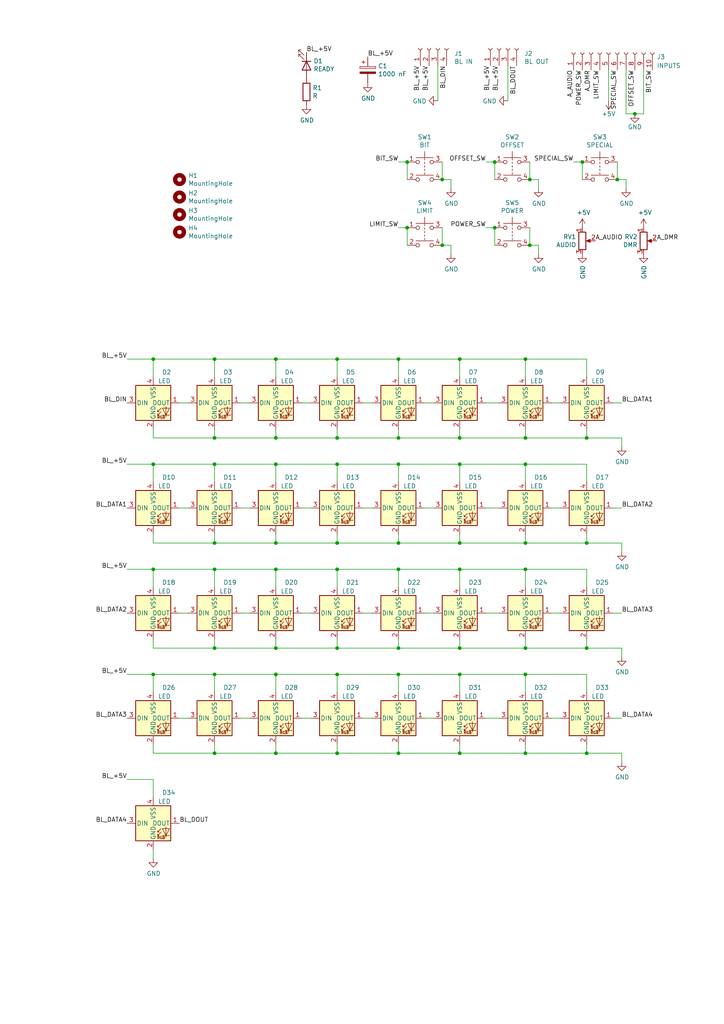
<source format=kicad_sch>
(kicad_sch (version 20211123) (generator eeschema)
  (paper "A4" portrait)
  (title_block (title "RWR CONTROL PANEL") (date "2021-09-17") (rev "A") (company "www.OpenHornet.com"))
  (lib_symbols
    (symbol "Connector:Conn_01x04_Female" (pin_names (offset 1.016) hide)
      (property "Reference" "J" (at 0 5.08 0))
      (property "Value" "Conn_01x04_Female" (at 0 -7.62 0))
      (symbol "Conn_01x04_Female_1_1"
        (arc (start 0 -4.572) (mid -0.508 -5.08) (end 0 -5.588) (stroke (width 0.1524)))
        (arc (start 0 -2.032) (mid -0.508 -2.54) (end 0 -3.048) (stroke (width 0.1524)))
        (polyline (pts (xy -1.27 -5.08) (xy -0.508 -5.08)) (stroke (width 0.1524)))
        (polyline (pts (xy -1.27 -2.54) (xy -0.508 -2.54)) (stroke (width 0.1524)))
        (polyline (pts (xy -1.27 0) (xy -0.508 0)) (stroke (width 0.1524)))
        (polyline (pts (xy -1.27 2.54) (xy -0.508 2.54)) (stroke (width 0.1524)))
        (arc (start 0 0.508) (mid -0.508 0) (end 0 -0.508) (stroke (width 0.1524)))
        (arc (start 0 3.048) (mid -0.508 2.54) (end 0 2.032) (stroke (width 0.1524)))
        (pin passive line (at -5.08 2.54 0) (length 3.81) (name "Pin_1") (number "1"))
        (pin passive line (at -5.08 0 0) (length 3.81) (name "Pin_2") (number "2"))
        (pin passive line (at -5.08 -2.54 0) (length 3.81) (name "Pin_3") (number "3"))
        (pin passive line (at -5.08 -5.08 0) (length 3.81) (name "Pin_4") (number "4"))
      )
    )
    (symbol "Connector:Conn_01x10_Female" (pin_names (offset 1.016) hide)
      (property "Reference" "J" (at 0 12.7 0))
      (property "Value" "Conn_01x10_Female" (at 0 -15.24 0))
      (symbol "Conn_01x10_Female_1_1"
        (arc (start 0 -12.192) (mid -0.508 -12.7) (end 0 -13.208) (stroke (width 0.1524)))
        (arc (start 0 -9.652) (mid -0.508 -10.16) (end 0 -10.668) (stroke (width 0.1524)))
        (arc (start 0 -7.112) (mid -0.508 -7.62) (end 0 -8.128) (stroke (width 0.1524)))
        (arc (start 0 -4.572) (mid -0.508 -5.08) (end 0 -5.588) (stroke (width 0.1524)))
        (arc (start 0 -2.032) (mid -0.508 -2.54) (end 0 -3.048) (stroke (width 0.1524)))
        (polyline (pts (xy -1.27 -12.7) (xy -0.508 -12.7)) (stroke (width 0.1524)))
        (polyline (pts (xy -1.27 -10.16) (xy -0.508 -10.16)) (stroke (width 0.1524)))
        (polyline (pts (xy -1.27 -7.62) (xy -0.508 -7.62)) (stroke (width 0.1524)))
        (polyline (pts (xy -1.27 -5.08) (xy -0.508 -5.08)) (stroke (width 0.1524)))
        (polyline (pts (xy -1.27 -2.54) (xy -0.508 -2.54)) (stroke (width 0.1524)))
        (polyline (pts (xy -1.27 0) (xy -0.508 0)) (stroke (width 0.1524)))
        (polyline (pts (xy -1.27 2.54) (xy -0.508 2.54)) (stroke (width 0.1524)))
        (polyline (pts (xy -1.27 5.08) (xy -0.508 5.08)) (stroke (width 0.1524)))
        (polyline (pts (xy -1.27 7.62) (xy -0.508 7.62)) (stroke (width 0.1524)))
        (polyline (pts (xy -1.27 10.16) (xy -0.508 10.16)) (stroke (width 0.1524)))
        (arc (start 0 0.508) (mid -0.508 0) (end 0 -0.508) (stroke (width 0.1524)))
        (arc (start 0 3.048) (mid -0.508 2.54) (end 0 2.032) (stroke (width 0.1524)))
        (arc (start 0 5.588) (mid -0.508 5.08) (end 0 4.572) (stroke (width 0.1524)))
        (arc (start 0 8.128) (mid -0.508 7.62) (end 0 7.112) (stroke (width 0.1524)))
        (arc (start 0 10.668) (mid -0.508 10.16) (end 0 9.652) (stroke (width 0.1524)))
        (pin passive line (at -5.08 10.16 0) (length 3.81) (name "Pin_1") (number "1"))
        (pin passive line (at -5.08 -12.7 0) (length 3.81) (name "Pin_10") (number "10"))
        (pin passive line (at -5.08 7.62 0) (length 3.81) (name "Pin_2") (number "2"))
        (pin passive line (at -5.08 5.08 0) (length 3.81) (name "Pin_3") (number "3"))
        (pin passive line (at -5.08 2.54 0) (length 3.81) (name "Pin_4") (number "4"))
        (pin passive line (at -5.08 0 0) (length 3.81) (name "Pin_5") (number "5"))
        (pin passive line (at -5.08 -2.54 0) (length 3.81) (name "Pin_6") (number "6"))
        (pin passive line (at -5.08 -5.08 0) (length 3.81) (name "Pin_7") (number "7"))
        (pin passive line (at -5.08 -7.62 0) (length 3.81) (name "Pin_8") (number "8"))
        (pin passive line (at -5.08 -10.16 0) (length 3.81) (name "Pin_9") (number "9"))
      )
    )
    (symbol "Device:C_Polarized" (pin_numbers hide) (pin_names (offset 0.254))
      (property "Reference" "C" (at 0.635 2.54 0))
      (property "Value" "C_Polarized" (at 0.635 -2.54 0))
      (symbol "C_Polarized_0_1"
        (rectangle (start -2.286 0.508) (end 2.286 1.016))
        (polyline (pts (xy -1.778 2.286) (xy -0.762 2.286)))
        (polyline (pts (xy -1.27 2.794) (xy -1.27 1.778)))
        (rectangle (start 2.286 -0.508) (end -2.286 -1.016) (fill (type outline)))
      )
      (symbol "C_Polarized_1_1"
        (pin passive line (at 0 3.81 270) (length 2.794) (name "~") (number "1"))
        (pin passive line (at 0 -3.81 90) (length 2.794) (name "~") (number "2"))
      )
    )
    (symbol "Device:LED" (pin_numbers hide) (pin_names (offset 1.016) hide)
      (property "Reference" "D" (at 0 2.54 0))
      (property "Value" "LED" (at 0 -2.54 0))
      (symbol "LED_0_1"
        (polyline (pts (xy -1.27 -1.27) (xy -1.27 1.27)) (stroke (width 0.254)))
        (polyline (pts (xy -1.27 0) (xy 1.27 0)))
        (polyline (pts (xy 1.27 -1.27) (xy 1.27 1.27) (xy -1.27 0) (xy 1.27 -1.27)) (stroke (width 0.254)))
        (polyline (pts (xy -3.048 -0.762) (xy -4.572 -2.286) (xy -3.81 -2.286) (xy -4.572 -2.286) (xy -4.572 -1.524)))
        (polyline (pts (xy -1.778 -0.762) (xy -3.302 -2.286) (xy -2.54 -2.286) (xy -3.302 -2.286) (xy -3.302 -1.524)))
      )
      (symbol "LED_1_1"
        (pin passive line (at -3.81 0 0) (length 2.54) (name "K") (number "1"))
        (pin passive line (at 3.81 0 180) (length 2.54) (name "A") (number "2"))
      )
    )
    (symbol "Device:R" (pin_numbers hide) (pin_names (offset 0))
      (property "Reference" "R" (at 2.032 0 90))
      (property "Value" "R" (at 0 0 90))
      (symbol "R_0_1"
        (rectangle (start -1.016 -2.54) (end 1.016 2.54) (stroke (width 0.254)))
      )
      (symbol "R_1_1"
        (pin passive line (at 0 3.81 270) (length 1.27) (name "~") (number "1"))
        (pin passive line (at 0 -3.81 90) (length 1.27) (name "~") (number "2"))
      )
    )
    (symbol "Device:R_Potentiometer" (pin_names (offset 1.016) hide)
      (property "Reference" "RV" (at -4.445 0 90))
      (property "Value" "R_Potentiometer" (at -2.54 0 90))
      (symbol "R_Potentiometer_0_1"
        (polyline (pts (xy 2.54 0) (xy 1.524 0)))
        (polyline (pts (xy 1.143 0) (xy 2.286 0.508) (xy 2.286 -0.508) (xy 1.143 0)) (fill (type outline)))
        (rectangle (start 1.016 2.54) (end -1.016 -2.54) (stroke (width 0.254)))
      )
      (symbol "R_Potentiometer_1_1"
        (pin passive line (at 0 3.81 270) (length 1.27) (name "1") (number "1"))
        (pin passive line (at 3.81 0 180) (length 1.27) (name "2") (number "2"))
        (pin passive line (at 0 -3.81 90) (length 1.27) (name "3") (number "3"))
      )
    )
    (symbol "KiCadCustomLib:Omron_B3F-1026" (pin_names (offset 1.016) hide)
      (property "Reference" "SW" (at 1.27 2.54 0))
      (property "Value" "Omron_B3F-1026" (at 0 -6.858 0))
      (symbol "Omron_B3F-1026_0_1"
        (circle (center -2.032 -5.08) (radius 0.508))
        (circle (center -2.032 0) (radius 0.508))
        (polyline (pts (xy 0 -3.048) (xy 0 -3.556)))
        (polyline (pts (xy 0 -2.032) (xy 0 -2.54)))
        (polyline (pts (xy 0 -1.524) (xy 0 -1.016)))
        (polyline (pts (xy 0 -0.508) (xy 0 0)))
        (polyline (pts (xy 0 0.508) (xy 0 1.016)))
        (polyline (pts (xy 0 1.27) (xy 0 3.048)))
        (polyline (pts (xy 2.54 -3.81) (xy -2.54 -3.81)))
        (polyline (pts (xy 2.54 1.27) (xy -2.54 1.27)))
        (circle (center 2.032 -5.08) (radius 0.508))
        (circle (center 2.032 0) (radius 0.508))
        (pin passive line (at -5.08 0 0) (length 2.54) (name "1") (number "1"))
        (pin passive line (at -5.08 -5.08 0) (length 2.54) (name "2") (number "2"))
        (pin passive line (at 5.08 0 180) (length 2.54) (name "3") (number "3"))
        (pin passive line (at 5.08 -5.08 180) (length 2.54) (name "4") (number "4"))
      )
    )
    (symbol "KiCadCustomLib:WS2812B-2020" (pin_names (offset 0.254))
      (property "Reference" "D" (at 5.08 5.715 0))
      (property "Value" "WS2812B-2020" (at 1.27 -5.715 0))
      (symbol "WS2812B-2020_0_0"
        (text "RGB" (at 2.286 -4.191 0) (effects (font (size 0.762 0.762))))
      )
      (symbol "WS2812B-2020_0_1"
        (polyline (pts (xy 1.27 -3.556) (xy 1.778 -3.556)))
        (polyline (pts (xy 1.27 -2.54) (xy 1.778 -2.54)))
        (polyline (pts (xy 4.699 -3.556) (xy 2.667 -3.556)))
        (polyline (pts (xy 2.286 -2.54) (xy 1.27 -3.556) (xy 1.27 -3.048)))
        (polyline (pts (xy 2.286 -1.524) (xy 1.27 -2.54) (xy 1.27 -2.032)))
        (polyline (pts (xy 3.683 -1.016) (xy 3.683 -3.556) (xy 3.683 -4.064)))
        (polyline (pts (xy 4.699 -1.524) (xy 2.667 -1.524) (xy 3.683 -3.556) (xy 4.699 -1.524)))
        (rectangle (start 5.08 5.08) (end -5.08 -5.08) (stroke (width 0.254)) (fill (type background)))
      )
      (symbol "WS2812B-2020_1_1"
        (pin output line (at 7.62 0 180) (length 2.54) (name "DOUT") (number "1"))
        (pin power_in line (at 0 -7.62 90) (length 2.54) (name "GND") (number "2"))
        (pin input line (at -7.62 0 0) (length 2.54) (name "DIN") (number "3"))
        (pin power_in line (at 0 7.62 270) (length 2.54) (name "VSS") (number "4"))
      )
    )
    (symbol "Mechanical:MountingHole" (pin_names (offset 1.016))
      (property "Reference" "H" (at 0 5.08 0))
      (property "Value" "MountingHole" (at 0 3.175 0))
      (symbol "MountingHole_0_1"
        (circle (center 0 0) (radius 1.27) (stroke (width 1.27)))
      )
    )
    (symbol "power:+5V" (power) (pin_names (offset 0))
      (property "Value" "+5V" (at 0 3.556 0))
      (symbol "+5V_0_1"
        (polyline (pts (xy -0.762 1.27) (xy 0 2.54)))
        (polyline (pts (xy 0 0) (xy 0 2.54)))
        (polyline (pts (xy 0 2.54) (xy 0.762 1.27)))
      )
      (symbol "+5V_1_1"
        (pin power_in line (at 0 0 90) (length 0) hide (name "+5V") (number "1"))
      )
    )
    (symbol "power:GND" (power) (pin_names (offset 0))
      (property "Value" "GND" (at 0 -3.81 0))
      (symbol "GND_0_1"
        (polyline (pts (xy 0 0) (xy 0 -1.27) (xy 1.27 -1.27) (xy 0 -2.54) (xy -1.27 -1.27) (xy 0 -1.27)))
      )
      (symbol "GND_1_1"
        (pin power_in line (at 0 0 270) (length 0) hide (name "GND") (number "1"))
      )
    )
  )
  (junction (at 80.01 187.96))
  (junction (at 153.67 71.12))
  (junction (at 133.35 165.1))
  (junction (at 133.35 157.48))
  (junction (at 80.01 104.14))
  (junction (at 152.4 134.62))
  (junction (at 80.01 218.44))
  (junction (at 97.79 165.1))
  (junction (at 143.51 46.99))
  (junction (at 168.91 46.99))
  (junction (at 97.79 127))
  (junction (at 44.45 195.58))
  (junction (at 152.4 218.44))
  (junction (at 62.23 127))
  (junction (at 152.4 187.96))
  (junction (at 62.23 218.44))
  (junction (at 152.4 157.48))
  (junction (at 128.27 52.07))
  (junction (at 133.35 134.62))
  (junction (at 62.23 195.58))
  (junction (at 143.51 66.04))
  (junction (at 115.57 134.62))
  (junction (at 80.01 195.58))
  (junction (at 80.01 165.1))
  (junction (at 152.4 195.58))
  (junction (at 152.4 104.14))
  (junction (at 62.23 134.62))
  (junction (at 179.07 52.07))
  (junction (at 44.45 104.14))
  (junction (at 133.35 187.96))
  (junction (at 128.27 71.12))
  (junction (at 97.79 134.62))
  (junction (at 152.4 127))
  (junction (at 80.01 134.62))
  (junction (at 115.57 104.14))
  (junction (at 170.18 187.96))
  (junction (at 80.01 157.48))
  (junction (at 133.35 127))
  (junction (at 133.35 104.14))
  (junction (at 115.57 165.1))
  (junction (at 133.35 218.44))
  (junction (at 170.18 157.48))
  (junction (at 115.57 127))
  (junction (at 170.18 127))
  (junction (at 97.79 157.48))
  (junction (at 44.45 134.62))
  (junction (at 115.57 157.48))
  (junction (at 80.01 127))
  (junction (at 153.67 52.07))
  (junction (at 97.79 104.14))
  (junction (at 115.57 195.58))
  (junction (at 97.79 187.96))
  (junction (at 118.11 66.04))
  (junction (at 115.57 218.44))
  (junction (at 133.35 195.58))
  (junction (at 115.57 187.96))
  (junction (at 62.23 165.1))
  (junction (at 97.79 195.58))
  (junction (at 170.18 218.44))
  (junction (at 44.45 165.1))
  (junction (at 118.11 46.99))
  (junction (at 184.15 33.02))
  (junction (at 62.23 104.14))
  (junction (at 97.79 218.44))
  (junction (at 152.4 165.1))
  (junction (at 62.23 157.48))
  (junction (at 62.23 187.96))
  (wire (pts (xy 69.85 177.8) (xy 72.39 177.8)))
  (wire (pts (xy 170.18 187.96) (xy 180.34 187.96)))
  (wire (pts (xy 153.67 52.07) (xy 153.67 46.99)))
  (wire (pts (xy 44.45 246.38) (xy 44.45 248.92)))
  (wire (pts (xy 52.07 208.28) (xy 54.61 208.28)))
  (wire (pts (xy 97.79 139.7) (xy 97.79 134.62)))
  (wire (pts (xy 80.01 109.22) (xy 80.01 104.14)))
  (wire (pts (xy 97.79 170.18) (xy 97.79 165.1)))
  (wire (pts (xy 180.34 127) (xy 180.34 129.54)))
  (wire (pts (xy 133.35 134.62) (xy 152.4 134.62)))
  (wire (pts (xy 123.19 208.28) (xy 125.73 208.28)))
  (wire (pts (xy 170.18 127) (xy 180.34 127)))
  (wire (pts (xy 62.23 104.14) (xy 80.01 104.14)))
  (wire (pts (xy 105.41 208.28) (xy 107.95 208.28)))
  (wire (pts (xy 123.19 116.84) (xy 125.73 116.84)))
  (wire (pts (xy 160.02 208.28) (xy 162.56 208.28)))
  (wire (pts (xy 130.81 52.07) (xy 128.27 52.07)))
  (wire (pts (xy 62.23 124.46) (xy 62.23 127)))
  (wire (pts (xy 80.01 170.18) (xy 80.01 165.1)))
  (wire (pts (xy 36.83 195.58) (xy 44.45 195.58)))
  (wire (pts (xy 97.79 104.14) (xy 115.57 104.14)))
  (wire (pts (xy 62.23 127) (xy 80.01 127)))
  (wire (pts (xy 133.35 218.44) (xy 152.4 218.44)))
  (wire (pts (xy 186.69 33.02) (xy 184.15 33.02)))
  (wire (pts (xy 133.35 157.48) (xy 152.4 157.48)))
  (wire (pts (xy 44.45 170.18) (xy 44.45 165.1)))
  (wire (pts (xy 115.57 185.42) (xy 115.57 187.96)))
  (wire (pts (xy 152.4 215.9) (xy 152.4 218.44)))
  (wire (pts (xy 133.35 187.96) (xy 152.4 187.96)))
  (wire (pts (xy 97.79 109.22) (xy 97.79 104.14)))
  (wire (pts (xy 133.35 127) (xy 152.4 127)))
  (wire (pts (xy 152.4 185.42) (xy 152.4 187.96)))
  (wire (pts (xy 153.67 71.12) (xy 153.67 66.04)))
  (wire (pts (xy 170.18 157.48) (xy 180.34 157.48)))
  (wire (pts (xy 152.4 218.44) (xy 170.18 218.44)))
  (wire (pts (xy 152.4 109.22) (xy 152.4 104.14)))
  (wire (pts (xy 180.34 218.44) (xy 180.34 220.98)))
  (wire (pts (xy 180.34 157.48) (xy 180.34 160.02)))
  (wire (pts (xy 115.57 66.04) (xy 118.11 66.04)))
  (wire (pts (xy 115.57 187.96) (xy 133.35 187.96)))
  (wire (pts (xy 133.35 104.14) (xy 152.4 104.14)))
  (wire (pts (xy 97.79 124.46) (xy 97.79 127)))
  (wire (pts (xy 44.45 200.66) (xy 44.45 195.58)))
  (wire (pts (xy 97.79 157.48) (xy 115.57 157.48)))
  (wire (pts (xy 140.97 116.84) (xy 144.78 116.84)))
  (wire (pts (xy 80.01 185.42) (xy 80.01 187.96)))
  (wire (pts (xy 152.4 157.48) (xy 170.18 157.48)))
  (wire (pts (xy 115.57 134.62) (xy 133.35 134.62)))
  (wire (pts (xy 130.81 73.66) (xy 130.81 71.12)))
  (wire (pts (xy 80.01 157.48) (xy 97.79 157.48)))
  (wire (pts (xy 87.63 208.28) (xy 90.17 208.28)))
  (wire (pts (xy 52.07 116.84) (xy 54.61 116.84)))
  (wire (pts (xy 152.4 154.94) (xy 152.4 157.48)))
  (wire (pts (xy 128.27 52.07) (xy 128.27 46.99)))
  (wire (pts (xy 80.01 195.58) (xy 97.79 195.58)))
  (wire (pts (xy 80.01 187.96) (xy 97.79 187.96)))
  (wire (pts (xy 44.45 157.48) (xy 62.23 157.48)))
  (wire (pts (xy 133.35 185.42) (xy 133.35 187.96)))
  (wire (pts (xy 152.4 195.58) (xy 170.18 195.58)))
  (wire (pts (xy 133.35 215.9) (xy 133.35 218.44)))
  (wire (pts (xy 133.35 195.58) (xy 152.4 195.58)))
  (wire (pts (xy 115.57 124.46) (xy 115.57 127)))
  (wire (pts (xy 147.32 29.21) (xy 147.32 19.05)))
  (wire (pts (xy 152.4 200.66) (xy 152.4 195.58)))
  (wire (pts (xy 44.45 218.44) (xy 62.23 218.44)))
  (wire (pts (xy 97.79 200.66) (xy 97.79 195.58)))
  (wire (pts (xy 156.21 52.07) (xy 153.67 52.07)))
  (wire (pts (xy 170.18 215.9) (xy 170.18 218.44)))
  (wire (pts (xy 170.18 154.94) (xy 170.18 157.48)))
  (wire (pts (xy 143.51 46.99) (xy 143.51 52.07)))
  (wire (pts (xy 115.57 170.18) (xy 115.57 165.1)))
  (wire (pts (xy 62.23 139.7) (xy 62.23 134.62)))
  (wire (pts (xy 177.8 116.84) (xy 180.34 116.84)))
  (wire (pts (xy 177.8 147.32) (xy 180.34 147.32)))
  (wire (pts (xy 62.23 157.48) (xy 80.01 157.48)))
  (wire (pts (xy 130.81 54.61) (xy 130.81 52.07)))
  (wire (pts (xy 69.85 208.28) (xy 72.39 208.28)))
  (wire (pts (xy 133.35 165.1) (xy 152.4 165.1)))
  (wire (pts (xy 140.97 66.04) (xy 143.51 66.04)))
  (wire (pts (xy 69.85 147.32) (xy 72.39 147.32)))
  (wire (pts (xy 181.61 54.61) (xy 181.61 52.07)))
  (wire (pts (xy 118.11 66.04) (xy 118.11 71.12)))
  (wire (pts (xy 62.23 109.22) (xy 62.23 104.14)))
  (wire (pts (xy 156.21 54.61) (xy 156.21 52.07)))
  (wire (pts (xy 97.79 185.42) (xy 97.79 187.96)))
  (wire (pts (xy 44.45 124.46) (xy 44.45 127)))
  (wire (pts (xy 170.18 124.46) (xy 170.18 127)))
  (wire (pts (xy 152.4 127) (xy 170.18 127)))
  (wire (pts (xy 105.41 147.32) (xy 107.95 147.32)))
  (wire (pts (xy 115.57 200.66) (xy 115.57 195.58)))
  (wire (pts (xy 80.01 215.9) (xy 80.01 218.44)))
  (wire (pts (xy 177.8 208.28) (xy 180.34 208.28)))
  (wire (pts (xy 115.57 127) (xy 133.35 127)))
  (wire (pts (xy 44.45 134.62) (xy 62.23 134.62)))
  (wire (pts (xy 62.23 165.1) (xy 80.01 165.1)))
  (wire (pts (xy 62.23 195.58) (xy 80.01 195.58)))
  (wire (pts (xy 97.79 154.94) (xy 97.79 157.48)))
  (wire (pts (xy 44.45 195.58) (xy 62.23 195.58)))
  (wire (pts (xy 130.81 71.12) (xy 128.27 71.12)))
  (wire (pts (xy 80.01 139.7) (xy 80.01 134.62)))
  (wire (pts (xy 156.21 71.12) (xy 153.67 71.12)))
  (wire (pts (xy 152.4 170.18) (xy 152.4 165.1)))
  (wire (pts (xy 44.45 127) (xy 62.23 127)))
  (wire (pts (xy 140.97 177.8) (xy 144.78 177.8)))
  (wire (pts (xy 143.51 66.04) (xy 143.51 71.12)))
  (wire (pts (xy 62.23 185.42) (xy 62.23 187.96)))
  (wire (pts (xy 133.35 139.7) (xy 133.35 134.62)))
  (wire (pts (xy 44.45 215.9) (xy 44.45 218.44)))
  (wire (pts (xy 62.23 134.62) (xy 80.01 134.62)))
  (wire (pts (xy 87.63 116.84) (xy 90.17 116.84)))
  (wire (pts (xy 115.57 154.94) (xy 115.57 157.48)))
  (wire (pts (xy 62.23 154.94) (xy 62.23 157.48)))
  (wire (pts (xy 36.83 226.06) (xy 44.45 226.06)))
  (wire (pts (xy 80.01 154.94) (xy 80.01 157.48)))
  (wire (pts (xy 133.35 109.22) (xy 133.35 104.14)))
  (wire (pts (xy 97.79 127) (xy 115.57 127)))
  (wire (pts (xy 140.97 208.28) (xy 144.78 208.28)))
  (wire (pts (xy 115.57 46.99) (xy 118.11 46.99)))
  (wire (pts (xy 80.01 218.44) (xy 97.79 218.44)))
  (wire (pts (xy 140.97 147.32) (xy 144.78 147.32)))
  (wire (pts (xy 62.23 200.66) (xy 62.23 195.58)))
  (wire (pts (xy 69.85 116.84) (xy 72.39 116.84)))
  (wire (pts (xy 156.21 73.66) (xy 156.21 71.12)))
  (wire (pts (xy 133.35 170.18) (xy 133.35 165.1)))
  (wire (pts (xy 87.63 147.32) (xy 90.17 147.32)))
  (wire (pts (xy 97.79 215.9) (xy 97.79 218.44)))
  (wire (pts (xy 62.23 170.18) (xy 62.23 165.1)))
  (wire (pts (xy 80.01 200.66) (xy 80.01 195.58)))
  (wire (pts (xy 127 19.05) (xy 127 29.21)))
  (wire (pts (xy 115.57 218.44) (xy 133.35 218.44)))
  (wire (pts (xy 152.4 134.62) (xy 170.18 134.62)))
  (wire (pts (xy 160.02 147.32) (xy 162.56 147.32)))
  (wire (pts (xy 87.63 177.8) (xy 90.17 177.8)))
  (wire (pts (xy 62.23 187.96) (xy 80.01 187.96)))
  (wire (pts (xy 44.45 185.42) (xy 44.45 187.96)))
  (wire (pts (xy 80.01 165.1) (xy 97.79 165.1)))
  (wire (pts (xy 123.19 147.32) (xy 125.73 147.32)))
  (wire (pts (xy 97.79 195.58) (xy 115.57 195.58)))
  (wire (pts (xy 180.34 187.96) (xy 180.34 190.5)))
  (wire (pts (xy 168.91 46.99) (xy 168.91 52.07)))
  (wire (pts (xy 97.79 218.44) (xy 115.57 218.44)))
  (wire (pts (xy 133.35 154.94) (xy 133.35 157.48)))
  (wire (pts (xy 152.4 187.96) (xy 170.18 187.96)))
  (wire (pts (xy 166.37 46.99) (xy 168.91 46.99)))
  (wire (pts (xy 123.19 177.8) (xy 125.73 177.8)))
  (wire (pts (xy 152.4 124.46) (xy 152.4 127)))
  (wire (pts (xy 152.4 139.7) (xy 152.4 134.62)))
  (wire (pts (xy 140.97 46.99) (xy 143.51 46.99)))
  (wire (pts (xy 170.18 185.42) (xy 170.18 187.96)))
  (wire (pts (xy 152.4 104.14) (xy 170.18 104.14)))
  (wire (pts (xy 170.18 109.22) (xy 170.18 104.14)))
  (wire (pts (xy 176.53 20.32) (xy 176.53 29.21)))
  (wire (pts (xy 115.57 215.9) (xy 115.57 218.44)))
  (wire (pts (xy 105.41 177.8) (xy 107.95 177.8)))
  (wire (pts (xy 80.01 127) (xy 97.79 127)))
  (wire (pts (xy 97.79 187.96) (xy 115.57 187.96)))
  (wire (pts (xy 115.57 165.1) (xy 133.35 165.1)))
  (wire (pts (xy 170.18 200.66) (xy 170.18 195.58)))
  (wire (pts (xy 44.45 104.14) (xy 62.23 104.14)))
  (wire (pts (xy 105.41 116.84) (xy 107.95 116.84)))
  (wire (pts (xy 97.79 165.1) (xy 115.57 165.1)))
  (wire (pts (xy 179.07 52.07) (xy 179.07 46.99)))
  (wire (pts (xy 170.18 218.44) (xy 180.34 218.44)))
  (wire (pts (xy 115.57 157.48) (xy 133.35 157.48)))
  (wire (pts (xy 80.01 104.14) (xy 97.79 104.14)))
  (wire (pts (xy 128.27 71.12) (xy 128.27 66.04)))
  (wire (pts (xy 80.01 124.46) (xy 80.01 127)))
  (wire (pts (xy 115.57 139.7) (xy 115.57 134.62)))
  (wire (pts (xy 44.45 165.1) (xy 62.23 165.1)))
  (wire (pts (xy 36.83 104.14) (xy 44.45 104.14)))
  (wire (pts (xy 118.11 46.99) (xy 118.11 52.07)))
  (wire (pts (xy 181.61 20.32) (xy 181.61 33.02)))
  (wire (pts (xy 186.69 20.32) (xy 186.69 33.02)))
  (wire (pts (xy 52.07 147.32) (xy 54.61 147.32)))
  (wire (pts (xy 115.57 195.58) (xy 133.35 195.58)))
  (wire (pts (xy 44.45 139.7) (xy 44.45 134.62)))
  (wire (pts (xy 44.45 109.22) (xy 44.45 104.14)))
  (wire (pts (xy 62.23 215.9) (xy 62.23 218.44)))
  (wire (pts (xy 115.57 109.22) (xy 115.57 104.14)))
  (wire (pts (xy 36.83 134.62) (xy 44.45 134.62)))
  (wire (pts (xy 133.35 124.46) (xy 133.35 127)))
  (wire (pts (xy 62.23 218.44) (xy 80.01 218.44)))
  (wire (pts (xy 44.45 231.14) (xy 44.45 226.06)))
  (wire (pts (xy 133.35 200.66) (xy 133.35 195.58)))
  (wire (pts (xy 80.01 134.62) (xy 97.79 134.62)))
  (wire (pts (xy 44.45 187.96) (xy 62.23 187.96)))
  (wire (pts (xy 115.57 104.14) (xy 133.35 104.14)))
  (wire (pts (xy 36.83 165.1) (xy 44.45 165.1)))
  (wire (pts (xy 181.61 52.07) (xy 179.07 52.07)))
  (wire (pts (xy 52.07 177.8) (xy 54.61 177.8)))
  (wire (pts (xy 160.02 116.84) (xy 162.56 116.84)))
  (wire (pts (xy 97.79 134.62) (xy 115.57 134.62)))
  (wire (pts (xy 160.02 177.8) (xy 162.56 177.8)))
  (wire (pts (xy 184.15 33.02) (xy 181.61 33.02)))
  (wire (pts (xy 177.8 177.8) (xy 180.34 177.8)))
  (wire (pts (xy 44.45 154.94) (xy 44.45 157.48)))
  (wire (pts (xy 170.18 139.7) (xy 170.18 134.62)))
  (wire (pts (xy 170.18 170.18) (xy 170.18 165.1)))
  (wire (pts (xy 152.4 165.1) (xy 170.18 165.1)))
  (label "A_DMR" (at 171.45 20.32 270))
  (label "BL_+5V" (at 36.83 195.58 180))
  (label "A_AUDIO" (at 166.37 20.32 270))
  (label "BL_+5V" (at 144.78 19.05 270))
  (label "A_AUDIO" (at 172.72 69.85 0))
  (label "POWER_SW" (at 140.97 66.04 180))
  (label "BL_DATA4" (at 36.83 238.76 180))
  (label "BL_+5V" (at 36.83 226.06 180))
  (label "BL_DIN" (at 36.83 116.84 180))
  (label "BIT_SW" (at 189.23 20.32 270))
  (label "BL_DOUT" (at 52.07 238.76 0))
  (label "BL_+5V" (at 88.9 15.24 0))
  (label "LIMIT_SW" (at 115.57 66.04 180))
  (label "BL_+5V" (at 142.24 19.05 270))
  (label "BL_DOUT" (at 149.86 19.05 270))
  (label "BL_DATA2" (at 180.34 147.32 0))
  (label "SPECIAL_SW" (at 179.07 20.32 270))
  (label "BL_DATA3" (at 36.83 208.28 180))
  (label "BL_+5V" (at 106.68 16.51 0))
  (label "BL_DATA1" (at 180.34 116.84 0))
  (label "POWER_SW" (at 168.91 20.32 270))
  (label "BL_DATA1" (at 36.83 147.32 180))
  (label "BL_DATA2" (at 36.83 177.8 180))
  (label "BIT_SW" (at 115.57 46.99 180))
  (label "A_DMR" (at 190.5 69.85 0))
  (label "SPECIAL_SW" (at 166.37 46.99 180))
  (label "BL_+5V" (at 36.83 165.1 180))
  (label "BL_DIN" (at 129.54 19.05 270))
  (label "OFFSET_SW" (at 140.97 46.99 180))
  (label "BL_DATA3" (at 180.34 177.8 0))
  (label "BL_DATA4" (at 180.34 208.28 0))
  (label "LIMIT_SW" (at 173.99 20.32 270))
  (label "BL_+5V" (at 36.83 104.14 180))
  (label "BL_+5V" (at 36.83 134.62 180))
  (label "BL_+5V" (at 124.46 19.05 270))
  (label "OFFSET_SW" (at 184.15 20.32 270))
  (label "BL_+5V" (at 121.92 19.05 270))
  (symbol (lib_id "power:GND") (at 130.81 54.61 0) (unit 1)
    (property "Reference" "#PWR03" (effects hide))
    (property "Value" "GND" (at 130.937 59.0042 0))
  )
  (symbol (lib_id "Connector:Conn_01x04_Female") (at 124.46 13.97 90) (unit 1)
    (property "Reference" "J1" (at 131.7752 15.5448 90) (effects (justify right)))
    (property "Value" "BL IN" (at 131.7752 17.8562 90) (effects (justify right)))
    (property "Footprint" "Connector_Molex:Molex_Mini-Fit_Jr_5566-04A_2x02_P4.20mm_Vertical" (effects hide))
  )
  (symbol (lib_id "Connector:Conn_01x04_Female") (at 144.78 13.97 90) (unit 1)
    (property "Reference" "J2" (at 152.0952 15.5448 90) (effects (justify right)))
    (property "Value" "BL OUT" (at 152.0952 17.8562 90) (effects (justify right)))
    (property "Footprint" "Connector_Molex:Molex_Mini-Fit_Jr_5566-04A_2x02_P4.20mm_Vertical" (effects hide))
  )
  (symbol (lib_id "power:GND") (at 127 29.21 270) (unit 1)
    (property "Reference" "#PWR08" (effects hide))
    (property "Value" "GND" (at 123.7488 29.337 90) (effects (justify right)))
  )
  (symbol (lib_id "Connector:Conn_01x10_Female") (at 176.53 15.24 90) (unit 1)
    (property "Reference" "J3" (at 190.5 16.51 90) (effects (justify right)))
    (property "Value" "INPUTS" (at 190.5 19.05 90) (effects (justify right)))
    (property "Footprint" "Connector_PinHeader_2.54mm:PinHeader_2x05_P2.54mm_Vertical" (effects hide))
  )
  (symbol (lib_id "power:GND") (at 184.15 33.02 0) (unit 1)
    (property "Reference" "#PWR01" (effects hide))
    (property "Value" "GND" (at 184.15 36.83 0))
  )
  (symbol (lib_id "power:GND") (at 147.32 29.21 270) (unit 1)
    (property "Reference" "#PWR09" (effects hide))
    (property "Value" "GND" (at 144.0688 29.337 90) (effects (justify right)))
  )
  (symbol (lib_id "Device:R_Potentiometer") (at 168.91 69.85 0) (unit 1)
    (property "Reference" "RV1" (at 167.1574 68.6816 0) (effects (justify right)))
    (property "Value" "AUDIO" (at 167.1574 70.993 0) (effects (justify right)))
    (property "Footprint" "KiCAD Libraries:Bourns_3310Y" (effects hide))
  )
  (symbol (lib_id "Device:R_Potentiometer") (at 186.69 69.85 0) (unit 1)
    (property "Reference" "RV2" (at 184.9374 68.6816 0) (effects (justify right)))
    (property "Value" "DMR" (at 184.9374 70.993 0) (effects (justify right)))
    (property "Footprint" "KiCAD Libraries:Bourns_3310Y" (effects hide))
  )
  (symbol (lib_id "power:GND") (at 168.91 73.66 0) (unit 1)
    (property "Reference" "#PWR014" (effects hide))
    (property "Value" "GND" (at 169.037 76.9112 90) (effects (justify right)))
  )
  (symbol (lib_id "power:GND") (at 186.69 73.66 0) (unit 1)
    (property "Reference" "#PWR015" (effects hide))
    (property "Value" "GND" (at 186.817 76.9112 90) (effects (justify right)))
  )
  (symbol (lib_id "power:+5V") (at 168.91 66.04 0) (unit 1)
    (property "Reference" "#PWR07" (effects hide))
    (property "Value" "+5V" (at 169.291 61.6458 0))
  )
  (symbol (lib_id "power:+5V") (at 186.69 66.04 0) (unit 1)
    (property "Reference" "#PWR011" (effects hide))
    (property "Value" "+5V" (at 187.071 61.6458 0))
  )
  (symbol (lib_id "Device:LED") (at 88.9 19.05 270) (unit 1)
    (property "Reference" "D1" (at 90.932 17.7038 90) (effects (justify left)))
    (property "Value" "READY" (at 90.932 20.0152 90) (effects (justify left)))
    (property "Footprint" "LED_THT:LED_D3.0mm" (effects hide))
  )
  (symbol (lib_id "Device:R") (at 88.9 26.67 0) (unit 1)
    (property "Reference" "R1" (at 90.678 25.5016 0) (effects (justify left)))
    (property "Value" "R" (at 90.678 27.813 0) (effects (justify left)))
    (property "Footprint" "Resistor_SMD:R_0603_1608Metric" (effects hide))
    (property "LCSC" "C23138" (effects hide))
  )
  (symbol (lib_id "power:+5V") (at 176.53 29.21 180) (unit 1)
    (property "Reference" "#PWR04" (effects hide))
    (property "Value" "+5V" (at 176.53 33.02 0))
  )
  (symbol (lib_id "power:GND") (at 88.9 30.48 0) (unit 1)
    (property "Reference" "#PWR010" (effects hide))
    (property "Value" "GND" (at 89.027 34.8742 0))
  )
  (symbol (lib_id "Device:C_Polarized") (at 106.68 20.32 0) (unit 1)
    (property "Reference" "C1" (at 109.6772 19.1516 0) (effects (justify left)))
    (property "Value" "1000 nF" (at 109.6772 21.463 0) (effects (justify left)))
    (property "Footprint" "Capacitor_SMD:CP_Elec_8x10" (effects hide))
  )
  (symbol (lib_id "power:GND") (at 106.68 24.13 0) (unit 1)
    (property "Reference" "#PWR02" (effects hide))
    (property "Value" "GND" (at 106.807 28.5242 0))
  )
  (symbol (lib_id "KiCadCustomLib:WS2812B-2020") (at 44.45 116.84 0) (unit 1)
    (property "Reference" "D2" (at 46.99 107.95 0) (effects (justify left)))
    (property "Value" "LED" (at 49.53 110.49 0) (effects (justify right)))
    (property "Footprint" "Openhornet:WS2812-2020" (effects hide))
    (property "Datasheet" "https://www.mouser.com/pdfDocs/WS2812B-2020_V10_EN_181106150240761.pdf" (effects hide))
    (property "LCSC" "C965555" (effects hide))
  )
  (symbol (lib_id "KiCadCustomLib:Omron_B3F-1026") (at 123.19 46.99 0) (unit 1)
    (property "Reference" "SW1" (at 123.19 39.751 0))
    (property "Value" "BIT" (at 123.19 42.0624 0))
    (property "Footprint" "Button_Switch_THT:SW_TH_Tactile_Omron_B3F-10xx" (effects hide))
  )
  (symbol (lib_id "power:GND") (at 156.21 54.61 0) (unit 1)
    (property "Reference" "#PWR05" (effects hide))
    (property "Value" "GND" (at 156.337 59.0042 0))
  )
  (symbol (lib_id "KiCadCustomLib:Omron_B3F-1026") (at 148.59 46.99 0) (unit 1)
    (property "Reference" "SW2" (at 148.59 39.751 0))
    (property "Value" "OFFSET" (at 148.59 42.0624 0))
    (property "Footprint" "Button_Switch_THT:SW_TH_Tactile_Omron_B3F-10xx" (effects hide))
  )
  (symbol (lib_id "power:GND") (at 181.61 54.61 0) (unit 1)
    (property "Reference" "#PWR06" (effects hide))
    (property "Value" "GND" (at 181.737 59.0042 0))
  )
  (symbol (lib_id "KiCadCustomLib:Omron_B3F-1026") (at 173.99 46.99 0) (unit 1)
    (property "Reference" "SW3" (at 173.99 39.751 0))
    (property "Value" "SPECIAL" (at 173.99 42.0624 0))
    (property "Footprint" "Button_Switch_THT:SW_TH_Tactile_Omron_B3F-10xx" (effects hide))
  )
  (symbol (lib_id "power:GND") (at 130.81 73.66 0) (unit 1)
    (property "Reference" "#PWR012" (effects hide))
    (property "Value" "GND" (at 130.937 78.0542 0))
  )
  (symbol (lib_id "KiCadCustomLib:Omron_B3F-1026") (at 123.19 66.04 0) (unit 1)
    (property "Reference" "SW4" (at 123.19 58.801 0))
    (property "Value" "LIMIT" (at 123.19 61.1124 0))
    (property "Footprint" "Button_Switch_THT:SW_TH_Tactile_Omron_B3F-10xx" (effects hide))
  )
  (symbol (lib_id "power:GND") (at 156.21 73.66 0) (unit 1)
    (property "Reference" "#PWR013" (effects hide))
    (property "Value" "GND" (at 156.337 78.0542 0))
  )
  (symbol (lib_id "KiCadCustomLib:Omron_B3F-1026") (at 148.59 66.04 0) (unit 1)
    (property "Reference" "SW5" (at 148.59 58.801 0))
    (property "Value" "POWER" (at 148.59 61.1124 0))
    (property "Footprint" "Button_Switch_THT:SW_TH_Tactile_Omron_B3F-10xx" (effects hide))
  )
  (symbol (lib_id "KiCadCustomLib:WS2812B-2020") (at 62.23 116.84 0) (unit 1)
    (property "Reference" "D3" (at 64.77 107.95 0) (effects (justify left)))
    (property "Value" "LED" (at 67.31 110.49 0) (effects (justify right)))
    (property "Footprint" "Openhornet:WS2812-2020" (effects hide))
    (property "Datasheet" "https://www.mouser.com/pdfDocs/WS2812B-2020_V10_EN_181106150240761.pdf" (effects hide))
    (property "LCSC" "C965555" (effects hide))
  )
  (symbol (lib_id "KiCadCustomLib:WS2812B-2020") (at 80.01 116.84 0) (unit 1)
    (property "Reference" "D4" (at 82.55 107.95 0) (effects (justify left)))
    (property "Value" "LED" (at 85.09 110.49 0) (effects (justify right)))
    (property "Footprint" "Openhornet:WS2812-2020" (effects hide))
    (property "Datasheet" "https://www.mouser.com/pdfDocs/WS2812B-2020_V10_EN_181106150240761.pdf" (effects hide))
    (property "LCSC" "C965555" (effects hide))
  )
  (symbol (lib_id "KiCadCustomLib:WS2812B-2020") (at 97.79 116.84 0) (unit 1)
    (property "Reference" "D5" (at 100.33 107.95 0) (effects (justify left)))
    (property "Value" "LED" (at 102.87 110.49 0) (effects (justify right)))
    (property "Footprint" "Openhornet:WS2812-2020" (effects hide))
    (property "Datasheet" "https://www.mouser.com/pdfDocs/WS2812B-2020_V10_EN_181106150240761.pdf" (effects hide))
    (property "LCSC" "C965555" (effects hide))
  )
  (symbol (lib_id "KiCadCustomLib:WS2812B-2020") (at 115.57 116.84 0) (unit 1)
    (property "Reference" "D6" (at 118.11 107.95 0) (effects (justify left)))
    (property "Value" "LED" (at 120.65 110.49 0) (effects (justify right)))
    (property "Footprint" "Openhornet:WS2812-2020" (effects hide))
    (property "Datasheet" "https://www.mouser.com/pdfDocs/WS2812B-2020_V10_EN_181106150240761.pdf" (effects hide))
    (property "LCSC" "C965555" (effects hide))
  )
  (symbol (lib_id "KiCadCustomLib:WS2812B-2020") (at 133.35 116.84 0) (unit 1)
    (property "Reference" "D7" (at 135.89 107.95 0) (effects (justify left)))
    (property "Value" "LED" (at 138.43 110.49 0) (effects (justify right)))
    (property "Footprint" "Openhornet:WS2812-2020" (effects hide))
    (property "Datasheet" "https://www.mouser.com/pdfDocs/WS2812B-2020_V10_EN_181106150240761.pdf" (effects hide))
    (property "LCSC" "C965555" (effects hide))
  )
  (symbol (lib_id "KiCadCustomLib:WS2812B-2020") (at 152.4 116.84 0) (unit 1)
    (property "Reference" "D8" (at 154.94 107.95 0) (effects (justify left)))
    (property "Value" "LED" (at 157.48 110.49 0) (effects (justify right)))
    (property "Footprint" "Openhornet:WS2812-2020" (effects hide))
    (property "Datasheet" "https://www.mouser.com/pdfDocs/WS2812B-2020_V10_EN_181106150240761.pdf" (effects hide))
    (property "LCSC" "C965555" (effects hide))
  )
  (symbol (lib_id "KiCadCustomLib:WS2812B-2020") (at 170.18 116.84 0) (unit 1)
    (property "Reference" "D9" (at 172.72 107.95 0) (effects (justify left)))
    (property "Value" "LED" (at 175.26 110.49 0) (effects (justify right)))
    (property "Footprint" "Openhornet:WS2812-2020" (effects hide))
    (property "Datasheet" "https://www.mouser.com/pdfDocs/WS2812B-2020_V10_EN_181106150240761.pdf" (effects hide))
    (property "LCSC" "C965555" (effects hide))
  )
  (symbol (lib_id "power:GND") (at 180.34 129.54 0) (unit 1)
    (property "Reference" "#PWR016" (effects hide))
    (property "Value" "GND" (at 180.467 133.9342 0))
  )
  (symbol (lib_id "KiCadCustomLib:WS2812B-2020") (at 44.45 147.32 0) (unit 1)
    (property "Reference" "D10" (at 46.99 138.43 0) (effects (justify left)))
    (property "Value" "LED" (at 49.53 140.97 0) (effects (justify right)))
    (property "Footprint" "Openhornet:WS2812-2020" (effects hide))
    (property "Datasheet" "https://www.mouser.com/pdfDocs/WS2812B-2020_V10_EN_181106150240761.pdf" (effects hide))
    (property "LCSC" "C965555" (effects hide))
  )
  (symbol (lib_id "KiCadCustomLib:WS2812B-2020") (at 62.23 147.32 0) (unit 1)
    (property "Reference" "D11" (at 64.77 138.43 0) (effects (justify left)))
    (property "Value" "LED" (at 67.31 140.97 0) (effects (justify right)))
    (property "Footprint" "Openhornet:WS2812-2020" (effects hide))
    (property "Datasheet" "https://www.mouser.com/pdfDocs/WS2812B-2020_V10_EN_181106150240761.pdf" (effects hide))
    (property "LCSC" "C965555" (effects hide))
  )
  (symbol (lib_id "KiCadCustomLib:WS2812B-2020") (at 80.01 147.32 0) (unit 1)
    (property "Reference" "D12" (at 82.55 138.43 0) (effects (justify left)))
    (property "Value" "LED" (at 85.09 140.97 0) (effects (justify right)))
    (property "Footprint" "Openhornet:WS2812-2020" (effects hide))
    (property "Datasheet" "https://www.mouser.com/pdfDocs/WS2812B-2020_V10_EN_181106150240761.pdf" (effects hide))
    (property "LCSC" "C965555" (effects hide))
  )
  (symbol (lib_id "KiCadCustomLib:WS2812B-2020") (at 97.79 147.32 0) (unit 1)
    (property "Reference" "D13" (at 100.33 138.43 0) (effects (justify left)))
    (property "Value" "LED" (at 102.87 140.97 0) (effects (justify right)))
    (property "Footprint" "Openhornet:WS2812-2020" (effects hide))
    (property "Datasheet" "https://www.mouser.com/pdfDocs/WS2812B-2020_V10_EN_181106150240761.pdf" (effects hide))
    (property "LCSC" "C965555" (effects hide))
  )
  (symbol (lib_id "KiCadCustomLib:WS2812B-2020") (at 115.57 147.32 0) (unit 1)
    (property "Reference" "D14" (at 118.11 138.43 0) (effects (justify left)))
    (property "Value" "LED" (at 120.65 140.97 0) (effects (justify right)))
    (property "Footprint" "Openhornet:WS2812-2020" (effects hide))
    (property "Datasheet" "https://www.mouser.com/pdfDocs/WS2812B-2020_V10_EN_181106150240761.pdf" (effects hide))
    (property "LCSC" "C965555" (effects hide))
  )
  (symbol (lib_id "KiCadCustomLib:WS2812B-2020") (at 133.35 147.32 0) (unit 1)
    (property "Reference" "D15" (at 135.89 138.43 0) (effects (justify left)))
    (property "Value" "LED" (at 138.43 140.97 0) (effects (justify right)))
    (property "Footprint" "Openhornet:WS2812-2020" (effects hide))
    (property "Datasheet" "https://www.mouser.com/pdfDocs/WS2812B-2020_V10_EN_181106150240761.pdf" (effects hide))
    (property "LCSC" "C965555" (effects hide))
  )
  (symbol (lib_id "KiCadCustomLib:WS2812B-2020") (at 152.4 147.32 0) (unit 1)
    (property "Reference" "D16" (at 154.94 138.43 0) (effects (justify left)))
    (property "Value" "LED" (at 157.48 140.97 0) (effects (justify right)))
    (property "Footprint" "Openhornet:WS2812-2020" (effects hide))
    (property "Datasheet" "https://www.mouser.com/pdfDocs/WS2812B-2020_V10_EN_181106150240761.pdf" (effects hide))
    (property "LCSC" "C965555" (effects hide))
  )
  (symbol (lib_id "KiCadCustomLib:WS2812B-2020") (at 170.18 147.32 0) (unit 1)
    (property "Reference" "D17" (at 172.72 138.43 0) (effects (justify left)))
    (property "Value" "LED" (at 175.26 140.97 0) (effects (justify right)))
    (property "Footprint" "Openhornet:WS2812-2020" (effects hide))
    (property "Datasheet" "https://www.mouser.com/pdfDocs/WS2812B-2020_V10_EN_181106150240761.pdf" (effects hide))
    (property "LCSC" "C965555" (effects hide))
  )
  (symbol (lib_id "power:GND") (at 180.34 160.02 0) (unit 1)
    (property "Reference" "#PWR017" (effects hide))
    (property "Value" "GND" (at 180.467 164.4142 0))
  )
  (symbol (lib_id "KiCadCustomLib:WS2812B-2020") (at 44.45 177.8 0) (unit 1)
    (property "Reference" "D18" (at 46.99 168.91 0) (effects (justify left)))
    (property "Value" "LED" (at 49.53 171.45 0) (effects (justify right)))
    (property "Footprint" "Openhornet:WS2812-2020" (effects hide))
    (property "Datasheet" "https://www.mouser.com/pdfDocs/WS2812B-2020_V10_EN_181106150240761.pdf" (effects hide))
    (property "LCSC" "C965555" (effects hide))
  )
  (symbol (lib_id "KiCadCustomLib:WS2812B-2020") (at 62.23 177.8 0) (unit 1)
    (property "Reference" "D19" (at 64.77 168.91 0) (effects (justify left)))
    (property "Value" "LED" (at 67.31 171.45 0) (effects (justify right)))
    (property "Footprint" "Openhornet:WS2812-2020" (effects hide))
    (property "Datasheet" "https://www.mouser.com/pdfDocs/WS2812B-2020_V10_EN_181106150240761.pdf" (effects hide))
    (property "LCSC" "C965555" (effects hide))
  )
  (symbol (lib_id "KiCadCustomLib:WS2812B-2020") (at 80.01 177.8 0) (unit 1)
    (property "Reference" "D20" (at 82.55 168.91 0) (effects (justify left)))
    (property "Value" "LED" (at 85.09 171.45 0) (effects (justify right)))
    (property "Footprint" "Openhornet:WS2812-2020" (effects hide))
    (property "Datasheet" "https://www.mouser.com/pdfDocs/WS2812B-2020_V10_EN_181106150240761.pdf" (effects hide))
    (property "LCSC" "C965555" (effects hide))
  )
  (symbol (lib_id "KiCadCustomLib:WS2812B-2020") (at 97.79 177.8 0) (unit 1)
    (property "Reference" "D21" (at 100.33 168.91 0) (effects (justify left)))
    (property "Value" "LED" (at 102.87 171.45 0) (effects (justify right)))
    (property "Footprint" "Openhornet:WS2812-2020" (effects hide))
    (property "Datasheet" "https://www.mouser.com/pdfDocs/WS2812B-2020_V10_EN_181106150240761.pdf" (effects hide))
    (property "LCSC" "C965555" (effects hide))
  )
  (symbol (lib_id "KiCadCustomLib:WS2812B-2020") (at 115.57 177.8 0) (unit 1)
    (property "Reference" "D22" (at 118.11 168.91 0) (effects (justify left)))
    (property "Value" "LED" (at 120.65 171.45 0) (effects (justify right)))
    (property "Footprint" "Openhornet:WS2812-2020" (effects hide))
    (property "Datasheet" "https://www.mouser.com/pdfDocs/WS2812B-2020_V10_EN_181106150240761.pdf" (effects hide))
    (property "LCSC" "C965555" (effects hide))
  )
  (symbol (lib_id "KiCadCustomLib:WS2812B-2020") (at 133.35 177.8 0) (unit 1)
    (property "Reference" "D23" (at 135.89 168.91 0) (effects (justify left)))
    (property "Value" "LED" (at 138.43 171.45 0) (effects (justify right)))
    (property "Footprint" "Openhornet:WS2812-2020" (effects hide))
    (property "Datasheet" "https://www.mouser.com/pdfDocs/WS2812B-2020_V10_EN_181106150240761.pdf" (effects hide))
    (property "LCSC" "C965555" (effects hide))
  )
  (symbol (lib_id "KiCadCustomLib:WS2812B-2020") (at 152.4 177.8 0) (unit 1)
    (property "Reference" "D24" (at 154.94 168.91 0) (effects (justify left)))
    (property "Value" "LED" (at 157.48 171.45 0) (effects (justify right)))
    (property "Footprint" "Openhornet:WS2812-2020" (effects hide))
    (property "Datasheet" "https://www.mouser.com/pdfDocs/WS2812B-2020_V10_EN_181106150240761.pdf" (effects hide))
    (property "LCSC" "C965555" (effects hide))
  )
  (symbol (lib_id "KiCadCustomLib:WS2812B-2020") (at 170.18 177.8 0) (unit 1)
    (property "Reference" "D25" (at 172.72 168.91 0) (effects (justify left)))
    (property "Value" "LED" (at 175.26 171.45 0) (effects (justify right)))
    (property "Footprint" "Openhornet:WS2812-2020" (effects hide))
    (property "Datasheet" "https://www.mouser.com/pdfDocs/WS2812B-2020_V10_EN_181106150240761.pdf" (effects hide))
    (property "LCSC" "C965555" (effects hide))
  )
  (symbol (lib_id "power:GND") (at 180.34 190.5 0) (unit 1)
    (property "Reference" "#PWR018" (effects hide))
    (property "Value" "GND" (at 180.467 194.8942 0))
  )
  (symbol (lib_id "KiCadCustomLib:WS2812B-2020") (at 44.45 208.28 0) (unit 1)
    (property "Reference" "D26" (at 46.99 199.39 0) (effects (justify left)))
    (property "Value" "LED" (at 49.53 201.93 0) (effects (justify right)))
    (property "Footprint" "Openhornet:WS2812-2020" (effects hide))
    (property "Datasheet" "https://www.mouser.com/pdfDocs/WS2812B-2020_V10_EN_181106150240761.pdf" (effects hide))
    (property "LCSC" "C965555" (effects hide))
  )
  (symbol (lib_id "KiCadCustomLib:WS2812B-2020") (at 62.23 208.28 0) (unit 1)
    (property "Reference" "D27" (at 64.77 199.39 0) (effects (justify left)))
    (property "Value" "LED" (at 67.31 201.93 0) (effects (justify right)))
    (property "Footprint" "Openhornet:WS2812-2020" (effects hide))
    (property "Datasheet" "https://www.mouser.com/pdfDocs/WS2812B-2020_V10_EN_181106150240761.pdf" (effects hide))
    (property "LCSC" "C965555" (effects hide))
  )
  (symbol (lib_id "KiCadCustomLib:WS2812B-2020") (at 80.01 208.28 0) (unit 1)
    (property "Reference" "D28" (at 82.55 199.39 0) (effects (justify left)))
    (property "Value" "LED" (at 85.09 201.93 0) (effects (justify right)))
    (property "Footprint" "Openhornet:WS2812-2020" (effects hide))
    (property "Datasheet" "https://www.mouser.com/pdfDocs/WS2812B-2020_V10_EN_181106150240761.pdf" (effects hide))
    (property "LCSC" "C965555" (effects hide))
  )
  (symbol (lib_id "KiCadCustomLib:WS2812B-2020") (at 97.79 208.28 0) (unit 1)
    (property "Reference" "D29" (at 100.33 199.39 0) (effects (justify left)))
    (property "Value" "LED" (at 102.87 201.93 0) (effects (justify right)))
    (property "Footprint" "Openhornet:WS2812-2020" (effects hide))
    (property "Datasheet" "https://www.mouser.com/pdfDocs/WS2812B-2020_V10_EN_181106150240761.pdf" (effects hide))
    (property "LCSC" "C965555" (effects hide))
  )
  (symbol (lib_id "KiCadCustomLib:WS2812B-2020") (at 115.57 208.28 0) (unit 1)
    (property "Reference" "D30" (at 118.11 199.39 0) (effects (justify left)))
    (property "Value" "LED" (at 120.65 201.93 0) (effects (justify right)))
    (property "Footprint" "Openhornet:WS2812-2020" (effects hide))
    (property "Datasheet" "https://www.mouser.com/pdfDocs/WS2812B-2020_V10_EN_181106150240761.pdf" (effects hide))
    (property "LCSC" "C965555" (effects hide))
  )
  (symbol (lib_id "KiCadCustomLib:WS2812B-2020") (at 133.35 208.28 0) (unit 1)
    (property "Reference" "D31" (at 135.89 199.39 0) (effects (justify left)))
    (property "Value" "LED" (at 138.43 201.93 0) (effects (justify right)))
    (property "Footprint" "Openhornet:WS2812-2020" (effects hide))
    (property "Datasheet" "https://www.mouser.com/pdfDocs/WS2812B-2020_V10_EN_181106150240761.pdf" (effects hide))
    (property "LCSC" "C965555" (effects hide))
  )
  (symbol (lib_id "KiCadCustomLib:WS2812B-2020") (at 152.4 208.28 0) (unit 1)
    (property "Reference" "D32" (at 154.94 199.39 0) (effects (justify left)))
    (property "Value" "LED" (at 157.48 201.93 0) (effects (justify right)))
    (property "Footprint" "Openhornet:WS2812-2020" (effects hide))
    (property "Datasheet" "https://www.mouser.com/pdfDocs/WS2812B-2020_V10_EN_181106150240761.pdf" (effects hide))
    (property "LCSC" "C965555" (effects hide))
  )
  (symbol (lib_id "KiCadCustomLib:WS2812B-2020") (at 170.18 208.28 0) (unit 1)
    (property "Reference" "D33" (at 172.72 199.39 0) (effects (justify left)))
    (property "Value" "LED" (at 175.26 201.93 0) (effects (justify right)))
    (property "Footprint" "Openhornet:WS2812-2020" (effects hide))
    (property "Datasheet" "https://www.mouser.com/pdfDocs/WS2812B-2020_V10_EN_181106150240761.pdf" (effects hide))
    (property "LCSC" "C965555" (effects hide))
  )
  (symbol (lib_id "power:GND") (at 180.34 220.98 0) (unit 1)
    (property "Reference" "#PWR019" (effects hide))
    (property "Value" "GND" (at 180.467 225.3742 0))
  )
  (symbol (lib_id "Mechanical:MountingHole") (at 52.07 52.07 0) (unit 1)
    (property "Reference" "H1" (at 54.61 50.9016 0) (effects (justify left)))
    (property "Value" "MountingHole" (at 54.61 53.213 0) (effects (justify left)))
    (property "Footprint" "MountingHole:MountingHole_2.5mm" (effects hide))
  )
  (symbol (lib_id "Mechanical:MountingHole") (at 52.07 57.15 0) (unit 1)
    (property "Reference" "H2" (at 54.61 55.9816 0) (effects (justify left)))
    (property "Value" "MountingHole" (at 54.61 58.293 0) (effects (justify left)))
    (property "Footprint" "MountingHole:MountingHole_2.5mm" (effects hide))
  )
  (symbol (lib_id "Mechanical:MountingHole") (at 52.07 62.23 0) (unit 1)
    (property "Reference" "H3" (at 54.61 61.0616 0) (effects (justify left)))
    (property "Value" "MountingHole" (at 54.61 63.373 0) (effects (justify left)))
    (property "Footprint" "MountingHole:MountingHole_2.5mm" (effects hide))
  )
  (symbol (lib_id "Mechanical:MountingHole") (at 52.07 67.31 0) (unit 1)
    (property "Reference" "H4" (at 54.61 66.1416 0) (effects (justify left)))
    (property "Value" "MountingHole" (at 54.61 68.453 0) (effects (justify left)))
    (property "Footprint" "MountingHole:MountingHole_2.5mm" (effects hide))
  )
  (symbol (lib_id "KiCadCustomLib:WS2812B-2020") (at 44.45 238.76 0) (unit 1)
    (property "Reference" "D34" (at 46.99 229.87 0) (effects (justify left)))
    (property "Value" "LED" (at 49.53 232.41 0) (effects (justify right)))
    (property "Footprint" "Openhornet:WS2812-2020" (effects hide))
    (property "Datasheet" "https://www.mouser.com/pdfDocs/WS2812B-2020_V10_EN_181106150240761.pdf" (effects hide))
    (property "LCSC" "C965555" (effects hide))
  )
  (symbol (lib_id "power:GND") (at 44.45 248.92 0) (unit 1)
    (property "Reference" "#PWR0101" (effects hide))
    (property "Value" "GND" (at 44.577 253.3142 0))
  )
)
</source>
